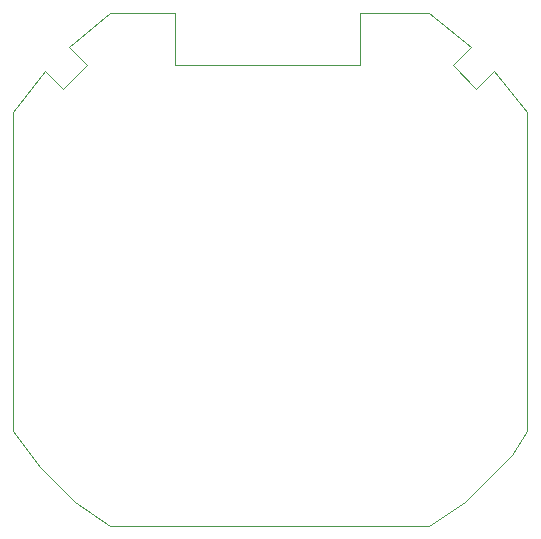
<source format=gm1>
G04 #@! TF.GenerationSoftware,KiCad,Pcbnew,5.0.0-rc2-be01b52~65~ubuntu16.04.1*
G04 #@! TF.CreationDate,2018-06-27T12:44:11+03:00*
G04 #@! TF.ProjectId,livolo_2_channels_1way_eu_switch,6C69766F6C6F5F325F6368616E6E656C,rev?*
G04 #@! TF.SameCoordinates,Original*
G04 #@! TF.FileFunction,Profile,NP*
%FSLAX46Y46*%
G04 Gerber Fmt 4.6, Leading zero omitted, Abs format (unit mm)*
G04 Created by KiCad (PCBNEW 5.0.0-rc2-be01b52~65~ubuntu16.04.1) date Wed Jun 27 12:44:11 2018*
%MOMM*%
%LPD*%
G01*
G04 APERTURE LIST*
%ADD10C,0.100000*%
G04 APERTURE END LIST*
D10*
X134400000Y-74600000D02*
X150000000Y-74600000D01*
X150000000Y-74600000D02*
X150000000Y-70200000D01*
X134400000Y-74600000D02*
X134400000Y-70200000D01*
X150000000Y-70200000D02*
X155900000Y-70200000D01*
X158900640Y-111602340D02*
X162910000Y-107590000D01*
X157899880Y-74602160D02*
X159898860Y-76601140D01*
X125898420Y-111602340D02*
X128900700Y-113601320D01*
X164200000Y-105600320D02*
X164200000Y-78600120D01*
X126899180Y-74602160D02*
X125400580Y-73101020D01*
X155900000Y-70200000D02*
X159398480Y-73101020D01*
X162910000Y-107590000D02*
X164200000Y-105600000D01*
X120700000Y-105600320D02*
X120700000Y-78600120D01*
X123399060Y-75100000D02*
X124900200Y-76601140D01*
X124900200Y-76601140D02*
X126899180Y-74602160D01*
X125400580Y-73101020D02*
X128900000Y-70200000D01*
X128900000Y-70200000D02*
X134400000Y-70200000D01*
X159898860Y-76601140D02*
X161400000Y-75100000D01*
X122940000Y-108610000D02*
X125898420Y-111602340D01*
X155898360Y-113601320D02*
X158900640Y-111602340D01*
X128900700Y-113601320D02*
X155898360Y-113601320D01*
X120700000Y-105600000D02*
X122940000Y-108610000D01*
X159398480Y-73101020D02*
X157899880Y-74602160D01*
X120700000Y-78600000D02*
X123399060Y-75100000D01*
X161400000Y-75100000D02*
X164200000Y-78600000D01*
M02*

</source>
